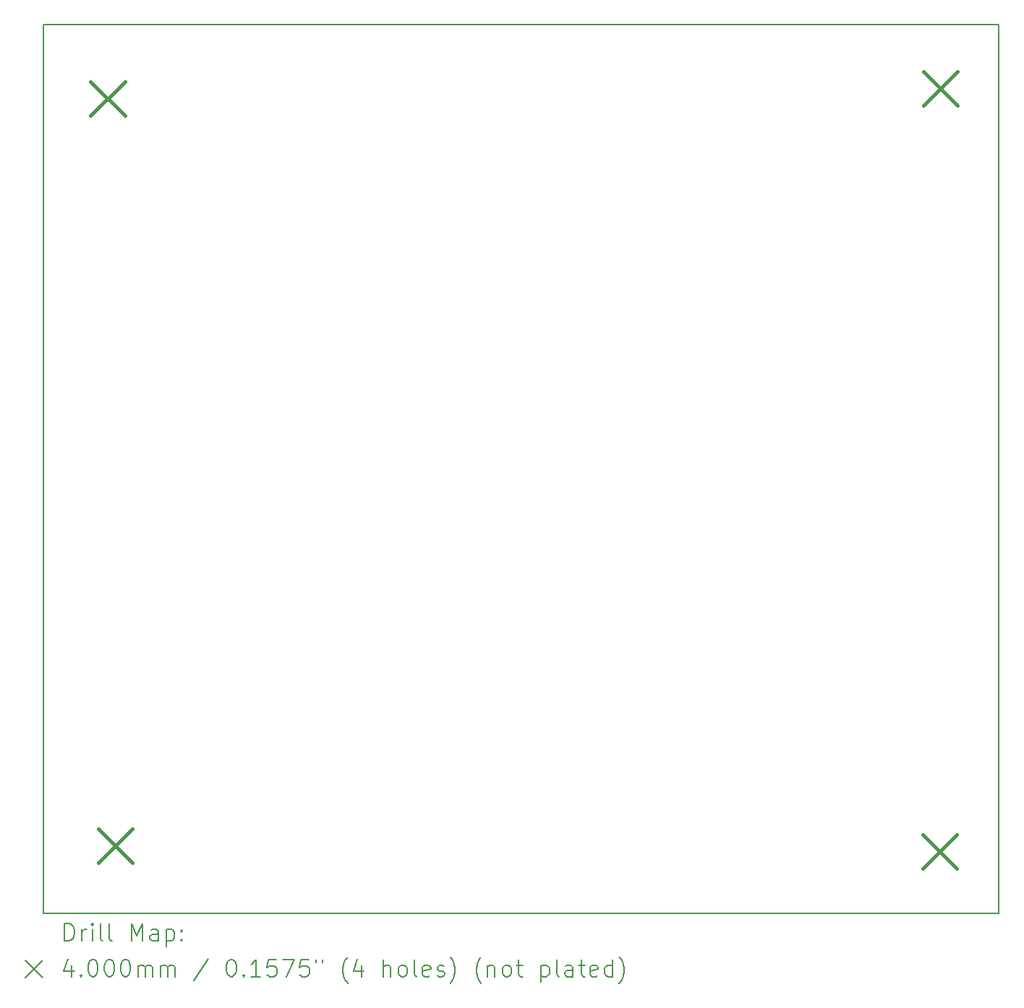
<source format=gbr>
%TF.GenerationSoftware,KiCad,Pcbnew,7.0.10*%
%TF.CreationDate,2024-03-07T18:04:47-07:00*%
%TF.ProjectId,User_Interface,55736572-5f49-46e7-9465-72666163652e,rev?*%
%TF.SameCoordinates,Original*%
%TF.FileFunction,Drillmap*%
%TF.FilePolarity,Positive*%
%FSLAX45Y45*%
G04 Gerber Fmt 4.5, Leading zero omitted, Abs format (unit mm)*
G04 Created by KiCad (PCBNEW 7.0.10) date 2024-03-07 18:04:47*
%MOMM*%
%LPD*%
G01*
G04 APERTURE LIST*
%ADD10C,0.200000*%
%ADD11C,0.400000*%
G04 APERTURE END LIST*
D10*
X8745000Y-4473180D02*
X19935000Y-4473180D01*
X19935000Y-14883180D01*
X8745000Y-14883180D01*
X8745000Y-4473180D01*
D11*
X9300000Y-5140000D02*
X9700000Y-5540000D01*
X9700000Y-5140000D02*
X9300000Y-5540000D01*
X9390000Y-13890000D02*
X9790000Y-14290000D01*
X9790000Y-13890000D02*
X9390000Y-14290000D01*
X19040000Y-13960000D02*
X19440000Y-14360000D01*
X19440000Y-13960000D02*
X19040000Y-14360000D01*
X19050000Y-5020000D02*
X19450000Y-5420000D01*
X19450000Y-5020000D02*
X19050000Y-5420000D01*
D10*
X8995777Y-15204664D02*
X8995777Y-15004664D01*
X8995777Y-15004664D02*
X9043396Y-15004664D01*
X9043396Y-15004664D02*
X9071967Y-15014188D01*
X9071967Y-15014188D02*
X9091015Y-15033235D01*
X9091015Y-15033235D02*
X9100539Y-15052283D01*
X9100539Y-15052283D02*
X9110063Y-15090378D01*
X9110063Y-15090378D02*
X9110063Y-15118950D01*
X9110063Y-15118950D02*
X9100539Y-15157045D01*
X9100539Y-15157045D02*
X9091015Y-15176092D01*
X9091015Y-15176092D02*
X9071967Y-15195140D01*
X9071967Y-15195140D02*
X9043396Y-15204664D01*
X9043396Y-15204664D02*
X8995777Y-15204664D01*
X9195777Y-15204664D02*
X9195777Y-15071331D01*
X9195777Y-15109426D02*
X9205301Y-15090378D01*
X9205301Y-15090378D02*
X9214824Y-15080854D01*
X9214824Y-15080854D02*
X9233872Y-15071331D01*
X9233872Y-15071331D02*
X9252920Y-15071331D01*
X9319586Y-15204664D02*
X9319586Y-15071331D01*
X9319586Y-15004664D02*
X9310063Y-15014188D01*
X9310063Y-15014188D02*
X9319586Y-15023712D01*
X9319586Y-15023712D02*
X9329110Y-15014188D01*
X9329110Y-15014188D02*
X9319586Y-15004664D01*
X9319586Y-15004664D02*
X9319586Y-15023712D01*
X9443396Y-15204664D02*
X9424348Y-15195140D01*
X9424348Y-15195140D02*
X9414824Y-15176092D01*
X9414824Y-15176092D02*
X9414824Y-15004664D01*
X9548158Y-15204664D02*
X9529110Y-15195140D01*
X9529110Y-15195140D02*
X9519586Y-15176092D01*
X9519586Y-15176092D02*
X9519586Y-15004664D01*
X9776729Y-15204664D02*
X9776729Y-15004664D01*
X9776729Y-15004664D02*
X9843396Y-15147521D01*
X9843396Y-15147521D02*
X9910063Y-15004664D01*
X9910063Y-15004664D02*
X9910063Y-15204664D01*
X10091015Y-15204664D02*
X10091015Y-15099902D01*
X10091015Y-15099902D02*
X10081491Y-15080854D01*
X10081491Y-15080854D02*
X10062444Y-15071331D01*
X10062444Y-15071331D02*
X10024348Y-15071331D01*
X10024348Y-15071331D02*
X10005301Y-15080854D01*
X10091015Y-15195140D02*
X10071967Y-15204664D01*
X10071967Y-15204664D02*
X10024348Y-15204664D01*
X10024348Y-15204664D02*
X10005301Y-15195140D01*
X10005301Y-15195140D02*
X9995777Y-15176092D01*
X9995777Y-15176092D02*
X9995777Y-15157045D01*
X9995777Y-15157045D02*
X10005301Y-15137997D01*
X10005301Y-15137997D02*
X10024348Y-15128473D01*
X10024348Y-15128473D02*
X10071967Y-15128473D01*
X10071967Y-15128473D02*
X10091015Y-15118950D01*
X10186253Y-15071331D02*
X10186253Y-15271331D01*
X10186253Y-15080854D02*
X10205301Y-15071331D01*
X10205301Y-15071331D02*
X10243396Y-15071331D01*
X10243396Y-15071331D02*
X10262444Y-15080854D01*
X10262444Y-15080854D02*
X10271967Y-15090378D01*
X10271967Y-15090378D02*
X10281491Y-15109426D01*
X10281491Y-15109426D02*
X10281491Y-15166569D01*
X10281491Y-15166569D02*
X10271967Y-15185616D01*
X10271967Y-15185616D02*
X10262444Y-15195140D01*
X10262444Y-15195140D02*
X10243396Y-15204664D01*
X10243396Y-15204664D02*
X10205301Y-15204664D01*
X10205301Y-15204664D02*
X10186253Y-15195140D01*
X10367205Y-15185616D02*
X10376729Y-15195140D01*
X10376729Y-15195140D02*
X10367205Y-15204664D01*
X10367205Y-15204664D02*
X10357682Y-15195140D01*
X10357682Y-15195140D02*
X10367205Y-15185616D01*
X10367205Y-15185616D02*
X10367205Y-15204664D01*
X10367205Y-15080854D02*
X10376729Y-15090378D01*
X10376729Y-15090378D02*
X10367205Y-15099902D01*
X10367205Y-15099902D02*
X10357682Y-15090378D01*
X10357682Y-15090378D02*
X10367205Y-15080854D01*
X10367205Y-15080854D02*
X10367205Y-15099902D01*
X8535000Y-15433180D02*
X8735000Y-15633180D01*
X8735000Y-15433180D02*
X8535000Y-15633180D01*
X9081491Y-15491331D02*
X9081491Y-15624664D01*
X9033872Y-15415140D02*
X8986253Y-15557997D01*
X8986253Y-15557997D02*
X9110063Y-15557997D01*
X9186253Y-15605616D02*
X9195777Y-15615140D01*
X9195777Y-15615140D02*
X9186253Y-15624664D01*
X9186253Y-15624664D02*
X9176729Y-15615140D01*
X9176729Y-15615140D02*
X9186253Y-15605616D01*
X9186253Y-15605616D02*
X9186253Y-15624664D01*
X9319586Y-15424664D02*
X9338634Y-15424664D01*
X9338634Y-15424664D02*
X9357682Y-15434188D01*
X9357682Y-15434188D02*
X9367205Y-15443712D01*
X9367205Y-15443712D02*
X9376729Y-15462759D01*
X9376729Y-15462759D02*
X9386253Y-15500854D01*
X9386253Y-15500854D02*
X9386253Y-15548473D01*
X9386253Y-15548473D02*
X9376729Y-15586569D01*
X9376729Y-15586569D02*
X9367205Y-15605616D01*
X9367205Y-15605616D02*
X9357682Y-15615140D01*
X9357682Y-15615140D02*
X9338634Y-15624664D01*
X9338634Y-15624664D02*
X9319586Y-15624664D01*
X9319586Y-15624664D02*
X9300539Y-15615140D01*
X9300539Y-15615140D02*
X9291015Y-15605616D01*
X9291015Y-15605616D02*
X9281491Y-15586569D01*
X9281491Y-15586569D02*
X9271967Y-15548473D01*
X9271967Y-15548473D02*
X9271967Y-15500854D01*
X9271967Y-15500854D02*
X9281491Y-15462759D01*
X9281491Y-15462759D02*
X9291015Y-15443712D01*
X9291015Y-15443712D02*
X9300539Y-15434188D01*
X9300539Y-15434188D02*
X9319586Y-15424664D01*
X9510063Y-15424664D02*
X9529110Y-15424664D01*
X9529110Y-15424664D02*
X9548158Y-15434188D01*
X9548158Y-15434188D02*
X9557682Y-15443712D01*
X9557682Y-15443712D02*
X9567205Y-15462759D01*
X9567205Y-15462759D02*
X9576729Y-15500854D01*
X9576729Y-15500854D02*
X9576729Y-15548473D01*
X9576729Y-15548473D02*
X9567205Y-15586569D01*
X9567205Y-15586569D02*
X9557682Y-15605616D01*
X9557682Y-15605616D02*
X9548158Y-15615140D01*
X9548158Y-15615140D02*
X9529110Y-15624664D01*
X9529110Y-15624664D02*
X9510063Y-15624664D01*
X9510063Y-15624664D02*
X9491015Y-15615140D01*
X9491015Y-15615140D02*
X9481491Y-15605616D01*
X9481491Y-15605616D02*
X9471967Y-15586569D01*
X9471967Y-15586569D02*
X9462444Y-15548473D01*
X9462444Y-15548473D02*
X9462444Y-15500854D01*
X9462444Y-15500854D02*
X9471967Y-15462759D01*
X9471967Y-15462759D02*
X9481491Y-15443712D01*
X9481491Y-15443712D02*
X9491015Y-15434188D01*
X9491015Y-15434188D02*
X9510063Y-15424664D01*
X9700539Y-15424664D02*
X9719586Y-15424664D01*
X9719586Y-15424664D02*
X9738634Y-15434188D01*
X9738634Y-15434188D02*
X9748158Y-15443712D01*
X9748158Y-15443712D02*
X9757682Y-15462759D01*
X9757682Y-15462759D02*
X9767205Y-15500854D01*
X9767205Y-15500854D02*
X9767205Y-15548473D01*
X9767205Y-15548473D02*
X9757682Y-15586569D01*
X9757682Y-15586569D02*
X9748158Y-15605616D01*
X9748158Y-15605616D02*
X9738634Y-15615140D01*
X9738634Y-15615140D02*
X9719586Y-15624664D01*
X9719586Y-15624664D02*
X9700539Y-15624664D01*
X9700539Y-15624664D02*
X9681491Y-15615140D01*
X9681491Y-15615140D02*
X9671967Y-15605616D01*
X9671967Y-15605616D02*
X9662444Y-15586569D01*
X9662444Y-15586569D02*
X9652920Y-15548473D01*
X9652920Y-15548473D02*
X9652920Y-15500854D01*
X9652920Y-15500854D02*
X9662444Y-15462759D01*
X9662444Y-15462759D02*
X9671967Y-15443712D01*
X9671967Y-15443712D02*
X9681491Y-15434188D01*
X9681491Y-15434188D02*
X9700539Y-15424664D01*
X9852920Y-15624664D02*
X9852920Y-15491331D01*
X9852920Y-15510378D02*
X9862444Y-15500854D01*
X9862444Y-15500854D02*
X9881491Y-15491331D01*
X9881491Y-15491331D02*
X9910063Y-15491331D01*
X9910063Y-15491331D02*
X9929110Y-15500854D01*
X9929110Y-15500854D02*
X9938634Y-15519902D01*
X9938634Y-15519902D02*
X9938634Y-15624664D01*
X9938634Y-15519902D02*
X9948158Y-15500854D01*
X9948158Y-15500854D02*
X9967205Y-15491331D01*
X9967205Y-15491331D02*
X9995777Y-15491331D01*
X9995777Y-15491331D02*
X10014825Y-15500854D01*
X10014825Y-15500854D02*
X10024348Y-15519902D01*
X10024348Y-15519902D02*
X10024348Y-15624664D01*
X10119586Y-15624664D02*
X10119586Y-15491331D01*
X10119586Y-15510378D02*
X10129110Y-15500854D01*
X10129110Y-15500854D02*
X10148158Y-15491331D01*
X10148158Y-15491331D02*
X10176729Y-15491331D01*
X10176729Y-15491331D02*
X10195777Y-15500854D01*
X10195777Y-15500854D02*
X10205301Y-15519902D01*
X10205301Y-15519902D02*
X10205301Y-15624664D01*
X10205301Y-15519902D02*
X10214825Y-15500854D01*
X10214825Y-15500854D02*
X10233872Y-15491331D01*
X10233872Y-15491331D02*
X10262444Y-15491331D01*
X10262444Y-15491331D02*
X10281491Y-15500854D01*
X10281491Y-15500854D02*
X10291015Y-15519902D01*
X10291015Y-15519902D02*
X10291015Y-15624664D01*
X10681491Y-15415140D02*
X10510063Y-15672283D01*
X10938634Y-15424664D02*
X10957682Y-15424664D01*
X10957682Y-15424664D02*
X10976729Y-15434188D01*
X10976729Y-15434188D02*
X10986253Y-15443712D01*
X10986253Y-15443712D02*
X10995777Y-15462759D01*
X10995777Y-15462759D02*
X11005301Y-15500854D01*
X11005301Y-15500854D02*
X11005301Y-15548473D01*
X11005301Y-15548473D02*
X10995777Y-15586569D01*
X10995777Y-15586569D02*
X10986253Y-15605616D01*
X10986253Y-15605616D02*
X10976729Y-15615140D01*
X10976729Y-15615140D02*
X10957682Y-15624664D01*
X10957682Y-15624664D02*
X10938634Y-15624664D01*
X10938634Y-15624664D02*
X10919587Y-15615140D01*
X10919587Y-15615140D02*
X10910063Y-15605616D01*
X10910063Y-15605616D02*
X10900539Y-15586569D01*
X10900539Y-15586569D02*
X10891015Y-15548473D01*
X10891015Y-15548473D02*
X10891015Y-15500854D01*
X10891015Y-15500854D02*
X10900539Y-15462759D01*
X10900539Y-15462759D02*
X10910063Y-15443712D01*
X10910063Y-15443712D02*
X10919587Y-15434188D01*
X10919587Y-15434188D02*
X10938634Y-15424664D01*
X11091015Y-15605616D02*
X11100539Y-15615140D01*
X11100539Y-15615140D02*
X11091015Y-15624664D01*
X11091015Y-15624664D02*
X11081491Y-15615140D01*
X11081491Y-15615140D02*
X11091015Y-15605616D01*
X11091015Y-15605616D02*
X11091015Y-15624664D01*
X11291015Y-15624664D02*
X11176729Y-15624664D01*
X11233872Y-15624664D02*
X11233872Y-15424664D01*
X11233872Y-15424664D02*
X11214825Y-15453235D01*
X11214825Y-15453235D02*
X11195777Y-15472283D01*
X11195777Y-15472283D02*
X11176729Y-15481807D01*
X11471967Y-15424664D02*
X11376729Y-15424664D01*
X11376729Y-15424664D02*
X11367206Y-15519902D01*
X11367206Y-15519902D02*
X11376729Y-15510378D01*
X11376729Y-15510378D02*
X11395777Y-15500854D01*
X11395777Y-15500854D02*
X11443396Y-15500854D01*
X11443396Y-15500854D02*
X11462444Y-15510378D01*
X11462444Y-15510378D02*
X11471967Y-15519902D01*
X11471967Y-15519902D02*
X11481491Y-15538950D01*
X11481491Y-15538950D02*
X11481491Y-15586569D01*
X11481491Y-15586569D02*
X11471967Y-15605616D01*
X11471967Y-15605616D02*
X11462444Y-15615140D01*
X11462444Y-15615140D02*
X11443396Y-15624664D01*
X11443396Y-15624664D02*
X11395777Y-15624664D01*
X11395777Y-15624664D02*
X11376729Y-15615140D01*
X11376729Y-15615140D02*
X11367206Y-15605616D01*
X11548158Y-15424664D02*
X11681491Y-15424664D01*
X11681491Y-15424664D02*
X11595777Y-15624664D01*
X11852920Y-15424664D02*
X11757682Y-15424664D01*
X11757682Y-15424664D02*
X11748158Y-15519902D01*
X11748158Y-15519902D02*
X11757682Y-15510378D01*
X11757682Y-15510378D02*
X11776729Y-15500854D01*
X11776729Y-15500854D02*
X11824348Y-15500854D01*
X11824348Y-15500854D02*
X11843396Y-15510378D01*
X11843396Y-15510378D02*
X11852920Y-15519902D01*
X11852920Y-15519902D02*
X11862444Y-15538950D01*
X11862444Y-15538950D02*
X11862444Y-15586569D01*
X11862444Y-15586569D02*
X11852920Y-15605616D01*
X11852920Y-15605616D02*
X11843396Y-15615140D01*
X11843396Y-15615140D02*
X11824348Y-15624664D01*
X11824348Y-15624664D02*
X11776729Y-15624664D01*
X11776729Y-15624664D02*
X11757682Y-15615140D01*
X11757682Y-15615140D02*
X11748158Y-15605616D01*
X11938634Y-15424664D02*
X11938634Y-15462759D01*
X12014825Y-15424664D02*
X12014825Y-15462759D01*
X12310063Y-15700854D02*
X12300539Y-15691331D01*
X12300539Y-15691331D02*
X12281491Y-15662759D01*
X12281491Y-15662759D02*
X12271968Y-15643712D01*
X12271968Y-15643712D02*
X12262444Y-15615140D01*
X12262444Y-15615140D02*
X12252920Y-15567521D01*
X12252920Y-15567521D02*
X12252920Y-15529426D01*
X12252920Y-15529426D02*
X12262444Y-15481807D01*
X12262444Y-15481807D02*
X12271968Y-15453235D01*
X12271968Y-15453235D02*
X12281491Y-15434188D01*
X12281491Y-15434188D02*
X12300539Y-15405616D01*
X12300539Y-15405616D02*
X12310063Y-15396092D01*
X12471968Y-15491331D02*
X12471968Y-15624664D01*
X12424348Y-15415140D02*
X12376729Y-15557997D01*
X12376729Y-15557997D02*
X12500539Y-15557997D01*
X12729110Y-15624664D02*
X12729110Y-15424664D01*
X12814825Y-15624664D02*
X12814825Y-15519902D01*
X12814825Y-15519902D02*
X12805301Y-15500854D01*
X12805301Y-15500854D02*
X12786253Y-15491331D01*
X12786253Y-15491331D02*
X12757682Y-15491331D01*
X12757682Y-15491331D02*
X12738634Y-15500854D01*
X12738634Y-15500854D02*
X12729110Y-15510378D01*
X12938634Y-15624664D02*
X12919587Y-15615140D01*
X12919587Y-15615140D02*
X12910063Y-15605616D01*
X12910063Y-15605616D02*
X12900539Y-15586569D01*
X12900539Y-15586569D02*
X12900539Y-15529426D01*
X12900539Y-15529426D02*
X12910063Y-15510378D01*
X12910063Y-15510378D02*
X12919587Y-15500854D01*
X12919587Y-15500854D02*
X12938634Y-15491331D01*
X12938634Y-15491331D02*
X12967206Y-15491331D01*
X12967206Y-15491331D02*
X12986253Y-15500854D01*
X12986253Y-15500854D02*
X12995777Y-15510378D01*
X12995777Y-15510378D02*
X13005301Y-15529426D01*
X13005301Y-15529426D02*
X13005301Y-15586569D01*
X13005301Y-15586569D02*
X12995777Y-15605616D01*
X12995777Y-15605616D02*
X12986253Y-15615140D01*
X12986253Y-15615140D02*
X12967206Y-15624664D01*
X12967206Y-15624664D02*
X12938634Y-15624664D01*
X13119587Y-15624664D02*
X13100539Y-15615140D01*
X13100539Y-15615140D02*
X13091015Y-15596092D01*
X13091015Y-15596092D02*
X13091015Y-15424664D01*
X13271968Y-15615140D02*
X13252920Y-15624664D01*
X13252920Y-15624664D02*
X13214825Y-15624664D01*
X13214825Y-15624664D02*
X13195777Y-15615140D01*
X13195777Y-15615140D02*
X13186253Y-15596092D01*
X13186253Y-15596092D02*
X13186253Y-15519902D01*
X13186253Y-15519902D02*
X13195777Y-15500854D01*
X13195777Y-15500854D02*
X13214825Y-15491331D01*
X13214825Y-15491331D02*
X13252920Y-15491331D01*
X13252920Y-15491331D02*
X13271968Y-15500854D01*
X13271968Y-15500854D02*
X13281491Y-15519902D01*
X13281491Y-15519902D02*
X13281491Y-15538950D01*
X13281491Y-15538950D02*
X13186253Y-15557997D01*
X13357682Y-15615140D02*
X13376730Y-15624664D01*
X13376730Y-15624664D02*
X13414825Y-15624664D01*
X13414825Y-15624664D02*
X13433872Y-15615140D01*
X13433872Y-15615140D02*
X13443396Y-15596092D01*
X13443396Y-15596092D02*
X13443396Y-15586569D01*
X13443396Y-15586569D02*
X13433872Y-15567521D01*
X13433872Y-15567521D02*
X13414825Y-15557997D01*
X13414825Y-15557997D02*
X13386253Y-15557997D01*
X13386253Y-15557997D02*
X13367206Y-15548473D01*
X13367206Y-15548473D02*
X13357682Y-15529426D01*
X13357682Y-15529426D02*
X13357682Y-15519902D01*
X13357682Y-15519902D02*
X13367206Y-15500854D01*
X13367206Y-15500854D02*
X13386253Y-15491331D01*
X13386253Y-15491331D02*
X13414825Y-15491331D01*
X13414825Y-15491331D02*
X13433872Y-15500854D01*
X13510063Y-15700854D02*
X13519587Y-15691331D01*
X13519587Y-15691331D02*
X13538634Y-15662759D01*
X13538634Y-15662759D02*
X13548158Y-15643712D01*
X13548158Y-15643712D02*
X13557682Y-15615140D01*
X13557682Y-15615140D02*
X13567206Y-15567521D01*
X13567206Y-15567521D02*
X13567206Y-15529426D01*
X13567206Y-15529426D02*
X13557682Y-15481807D01*
X13557682Y-15481807D02*
X13548158Y-15453235D01*
X13548158Y-15453235D02*
X13538634Y-15434188D01*
X13538634Y-15434188D02*
X13519587Y-15405616D01*
X13519587Y-15405616D02*
X13510063Y-15396092D01*
X13871968Y-15700854D02*
X13862444Y-15691331D01*
X13862444Y-15691331D02*
X13843396Y-15662759D01*
X13843396Y-15662759D02*
X13833872Y-15643712D01*
X13833872Y-15643712D02*
X13824349Y-15615140D01*
X13824349Y-15615140D02*
X13814825Y-15567521D01*
X13814825Y-15567521D02*
X13814825Y-15529426D01*
X13814825Y-15529426D02*
X13824349Y-15481807D01*
X13824349Y-15481807D02*
X13833872Y-15453235D01*
X13833872Y-15453235D02*
X13843396Y-15434188D01*
X13843396Y-15434188D02*
X13862444Y-15405616D01*
X13862444Y-15405616D02*
X13871968Y-15396092D01*
X13948158Y-15491331D02*
X13948158Y-15624664D01*
X13948158Y-15510378D02*
X13957682Y-15500854D01*
X13957682Y-15500854D02*
X13976730Y-15491331D01*
X13976730Y-15491331D02*
X14005301Y-15491331D01*
X14005301Y-15491331D02*
X14024349Y-15500854D01*
X14024349Y-15500854D02*
X14033872Y-15519902D01*
X14033872Y-15519902D02*
X14033872Y-15624664D01*
X14157682Y-15624664D02*
X14138634Y-15615140D01*
X14138634Y-15615140D02*
X14129111Y-15605616D01*
X14129111Y-15605616D02*
X14119587Y-15586569D01*
X14119587Y-15586569D02*
X14119587Y-15529426D01*
X14119587Y-15529426D02*
X14129111Y-15510378D01*
X14129111Y-15510378D02*
X14138634Y-15500854D01*
X14138634Y-15500854D02*
X14157682Y-15491331D01*
X14157682Y-15491331D02*
X14186253Y-15491331D01*
X14186253Y-15491331D02*
X14205301Y-15500854D01*
X14205301Y-15500854D02*
X14214825Y-15510378D01*
X14214825Y-15510378D02*
X14224349Y-15529426D01*
X14224349Y-15529426D02*
X14224349Y-15586569D01*
X14224349Y-15586569D02*
X14214825Y-15605616D01*
X14214825Y-15605616D02*
X14205301Y-15615140D01*
X14205301Y-15615140D02*
X14186253Y-15624664D01*
X14186253Y-15624664D02*
X14157682Y-15624664D01*
X14281492Y-15491331D02*
X14357682Y-15491331D01*
X14310063Y-15424664D02*
X14310063Y-15596092D01*
X14310063Y-15596092D02*
X14319587Y-15615140D01*
X14319587Y-15615140D02*
X14338634Y-15624664D01*
X14338634Y-15624664D02*
X14357682Y-15624664D01*
X14576730Y-15491331D02*
X14576730Y-15691331D01*
X14576730Y-15500854D02*
X14595777Y-15491331D01*
X14595777Y-15491331D02*
X14633873Y-15491331D01*
X14633873Y-15491331D02*
X14652920Y-15500854D01*
X14652920Y-15500854D02*
X14662444Y-15510378D01*
X14662444Y-15510378D02*
X14671968Y-15529426D01*
X14671968Y-15529426D02*
X14671968Y-15586569D01*
X14671968Y-15586569D02*
X14662444Y-15605616D01*
X14662444Y-15605616D02*
X14652920Y-15615140D01*
X14652920Y-15615140D02*
X14633873Y-15624664D01*
X14633873Y-15624664D02*
X14595777Y-15624664D01*
X14595777Y-15624664D02*
X14576730Y-15615140D01*
X14786253Y-15624664D02*
X14767206Y-15615140D01*
X14767206Y-15615140D02*
X14757682Y-15596092D01*
X14757682Y-15596092D02*
X14757682Y-15424664D01*
X14948158Y-15624664D02*
X14948158Y-15519902D01*
X14948158Y-15519902D02*
X14938634Y-15500854D01*
X14938634Y-15500854D02*
X14919587Y-15491331D01*
X14919587Y-15491331D02*
X14881492Y-15491331D01*
X14881492Y-15491331D02*
X14862444Y-15500854D01*
X14948158Y-15615140D02*
X14929111Y-15624664D01*
X14929111Y-15624664D02*
X14881492Y-15624664D01*
X14881492Y-15624664D02*
X14862444Y-15615140D01*
X14862444Y-15615140D02*
X14852920Y-15596092D01*
X14852920Y-15596092D02*
X14852920Y-15577045D01*
X14852920Y-15577045D02*
X14862444Y-15557997D01*
X14862444Y-15557997D02*
X14881492Y-15548473D01*
X14881492Y-15548473D02*
X14929111Y-15548473D01*
X14929111Y-15548473D02*
X14948158Y-15538950D01*
X15014825Y-15491331D02*
X15091015Y-15491331D01*
X15043396Y-15424664D02*
X15043396Y-15596092D01*
X15043396Y-15596092D02*
X15052920Y-15615140D01*
X15052920Y-15615140D02*
X15071968Y-15624664D01*
X15071968Y-15624664D02*
X15091015Y-15624664D01*
X15233873Y-15615140D02*
X15214825Y-15624664D01*
X15214825Y-15624664D02*
X15176730Y-15624664D01*
X15176730Y-15624664D02*
X15157682Y-15615140D01*
X15157682Y-15615140D02*
X15148158Y-15596092D01*
X15148158Y-15596092D02*
X15148158Y-15519902D01*
X15148158Y-15519902D02*
X15157682Y-15500854D01*
X15157682Y-15500854D02*
X15176730Y-15491331D01*
X15176730Y-15491331D02*
X15214825Y-15491331D01*
X15214825Y-15491331D02*
X15233873Y-15500854D01*
X15233873Y-15500854D02*
X15243396Y-15519902D01*
X15243396Y-15519902D02*
X15243396Y-15538950D01*
X15243396Y-15538950D02*
X15148158Y-15557997D01*
X15414825Y-15624664D02*
X15414825Y-15424664D01*
X15414825Y-15615140D02*
X15395777Y-15624664D01*
X15395777Y-15624664D02*
X15357682Y-15624664D01*
X15357682Y-15624664D02*
X15338634Y-15615140D01*
X15338634Y-15615140D02*
X15329111Y-15605616D01*
X15329111Y-15605616D02*
X15319587Y-15586569D01*
X15319587Y-15586569D02*
X15319587Y-15529426D01*
X15319587Y-15529426D02*
X15329111Y-15510378D01*
X15329111Y-15510378D02*
X15338634Y-15500854D01*
X15338634Y-15500854D02*
X15357682Y-15491331D01*
X15357682Y-15491331D02*
X15395777Y-15491331D01*
X15395777Y-15491331D02*
X15414825Y-15500854D01*
X15491015Y-15700854D02*
X15500539Y-15691331D01*
X15500539Y-15691331D02*
X15519587Y-15662759D01*
X15519587Y-15662759D02*
X15529111Y-15643712D01*
X15529111Y-15643712D02*
X15538634Y-15615140D01*
X15538634Y-15615140D02*
X15548158Y-15567521D01*
X15548158Y-15567521D02*
X15548158Y-15529426D01*
X15548158Y-15529426D02*
X15538634Y-15481807D01*
X15538634Y-15481807D02*
X15529111Y-15453235D01*
X15529111Y-15453235D02*
X15519587Y-15434188D01*
X15519587Y-15434188D02*
X15500539Y-15405616D01*
X15500539Y-15405616D02*
X15491015Y-15396092D01*
M02*

</source>
